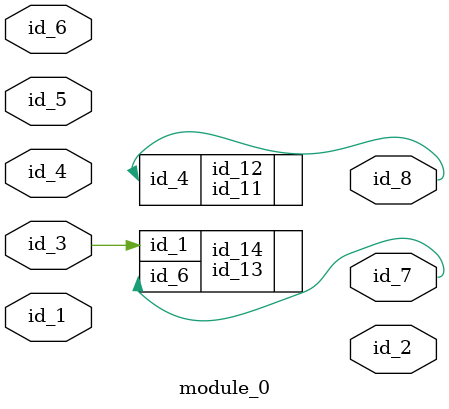
<source format=v>
module module_0 (
    id_1,
    id_2,
    id_3,
    id_4,
    id_5,
    id_6,
    id_7,
    id_8
);
  output id_8;
  output id_7;
  input id_6;
  input id_5;
  input id_4;
  input id_3;
  output id_2;
  input id_1;
  id_9 id_10 (
      .id_3(id_8 || id_4),
      .id_5(id_4),
      .id_2(id_4)
  );
  id_11 id_12 (
      .id_4(1),
      .id_4(id_8)
  );
  id_13 id_14 (
      .id_1(id_3),
      .id_6(id_7)
  );
endmodule

</source>
